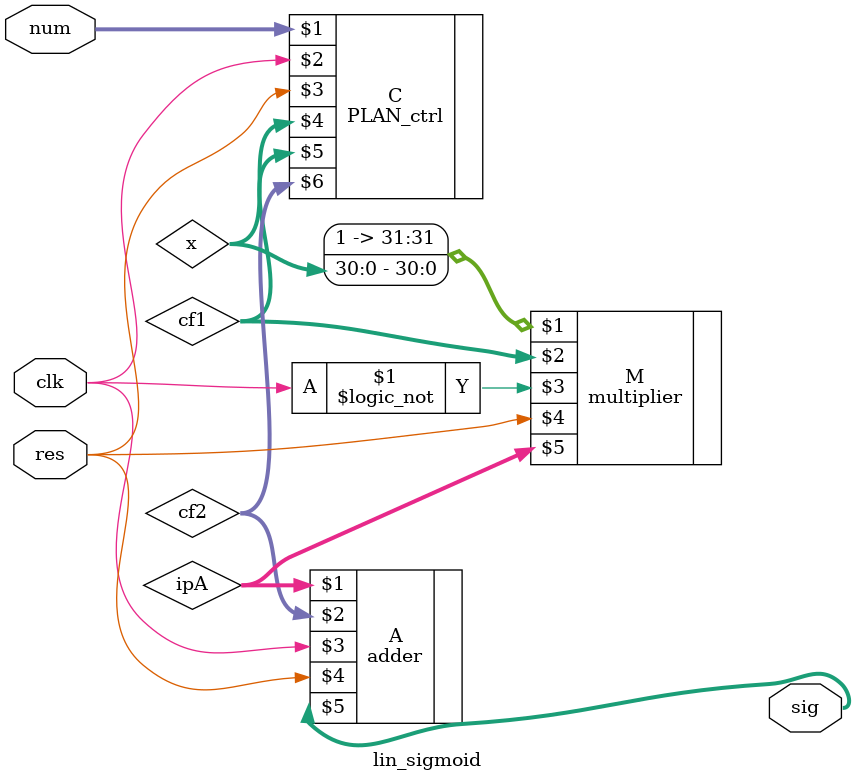
<source format=v>
`timescale 1ns / 1ps

module lin_sigmoid(
output [31:0] sig,
input [31:0] num,
input clk, res
);
wire [31:0] x, cf1, cf2, ipA;

PLAN_ctrl C(num, clk, res, x, cf1, cf2);
multiplier M({1'b1,x[30:0]}, cf1, (!clk), res, ipA);
adder A(ipA, cf2, clk, res, sig);

endmodule

</source>
